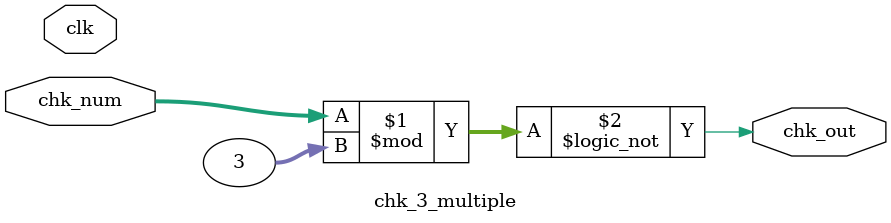
<source format=v>


`timescale 1ns/1ps

module cnt(
	input clk,
	input rstn,
	output reg [15:0] out,
	output chk_3
);

	chk_3_multiple u0(
			.clk(clk),
			.chk_num(out),
			.chk_out(chk_3)
	);

	always @(posedge clk, negedge rstn)
	begin
		if(!rstn)
		begin
			out<=0;
		end
		else
		begin
			if(out<300)
			begin
				out<=out+1;
			end
			else
			begin
				out<=0;
			end		
		end
	end
endmodule

module chk_3_multiple(
		input clk,
		input [15:0] chk_num,
		output chk_out
		);

assign chk_out = (chk_num%3 == 0);

endmodule



</source>
